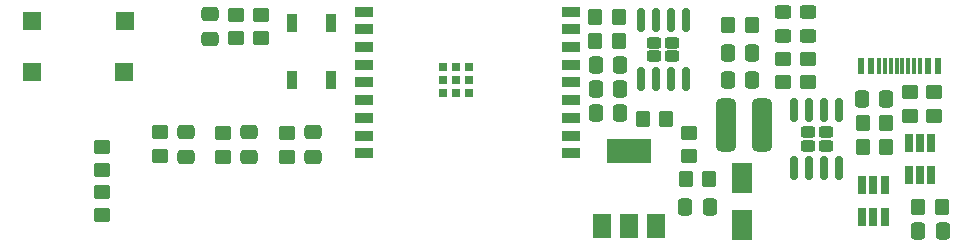
<source format=gbr>
%TF.GenerationSoftware,KiCad,Pcbnew,(6.0.8)*%
%TF.CreationDate,2023-04-29T21:49:54+02:00*%
%TF.ProjectId,Feniks,46656e69-6b73-42e6-9b69-6361645f7063,rev?*%
%TF.SameCoordinates,Original*%
%TF.FileFunction,Paste,Top*%
%TF.FilePolarity,Positive*%
%FSLAX46Y46*%
G04 Gerber Fmt 4.6, Leading zero omitted, Abs format (unit mm)*
G04 Created by KiCad (PCBNEW (6.0.8)) date 2023-04-29 21:49:54*
%MOMM*%
%LPD*%
G01*
G04 APERTURE LIST*
G04 Aperture macros list*
%AMRoundRect*
0 Rectangle with rounded corners*
0 $1 Rounding radius*
0 $2 $3 $4 $5 $6 $7 $8 $9 X,Y pos of 4 corners*
0 Add a 4 corners polygon primitive as box body*
4,1,4,$2,$3,$4,$5,$6,$7,$8,$9,$2,$3,0*
0 Add four circle primitives for the rounded corners*
1,1,$1+$1,$2,$3*
1,1,$1+$1,$4,$5*
1,1,$1+$1,$6,$7*
1,1,$1+$1,$8,$9*
0 Add four rect primitives between the rounded corners*
20,1,$1+$1,$2,$3,$4,$5,0*
20,1,$1+$1,$4,$5,$6,$7,0*
20,1,$1+$1,$6,$7,$8,$9,0*
20,1,$1+$1,$8,$9,$2,$3,0*%
G04 Aperture macros list end*
%ADD10RoundRect,0.250000X0.337500X0.475000X-0.337500X0.475000X-0.337500X-0.475000X0.337500X-0.475000X0*%
%ADD11RoundRect,0.250000X-0.450000X0.350000X-0.450000X-0.350000X0.450000X-0.350000X0.450000X0.350000X0*%
%ADD12RoundRect,0.250000X-0.475000X0.337500X-0.475000X-0.337500X0.475000X-0.337500X0.475000X0.337500X0*%
%ADD13R,1.800000X2.500000*%
%ADD14RoundRect,0.250000X0.450000X-0.350000X0.450000X0.350000X-0.450000X0.350000X-0.450000X-0.350000X0*%
%ADD15R,0.650000X1.560000*%
%ADD16RoundRect,0.240000X-0.385000X0.240000X-0.385000X-0.240000X0.385000X-0.240000X0.385000X0.240000X0*%
%ADD17RoundRect,0.150000X-0.150000X0.825000X-0.150000X-0.825000X0.150000X-0.825000X0.150000X0.825000X0*%
%ADD18RoundRect,0.250000X0.350000X0.450000X-0.350000X0.450000X-0.350000X-0.450000X0.350000X-0.450000X0*%
%ADD19RoundRect,0.250000X0.450000X-0.325000X0.450000X0.325000X-0.450000X0.325000X-0.450000X-0.325000X0*%
%ADD20RoundRect,0.250000X-0.337500X-0.475000X0.337500X-0.475000X0.337500X0.475000X-0.337500X0.475000X0*%
%ADD21R,1.500000X0.900000*%
%ADD22R,0.700000X0.700000*%
%ADD23RoundRect,0.437500X-0.437500X1.812500X-0.437500X-1.812500X0.437500X-1.812500X0.437500X1.812500X0*%
%ADD24RoundRect,0.250000X0.475000X-0.337500X0.475000X0.337500X-0.475000X0.337500X-0.475000X-0.337500X0*%
%ADD25R,1.500000X1.500000*%
%ADD26RoundRect,0.240000X0.385000X-0.240000X0.385000X0.240000X-0.385000X0.240000X-0.385000X-0.240000X0*%
%ADD27RoundRect,0.150000X0.150000X-0.825000X0.150000X0.825000X-0.150000X0.825000X-0.150000X-0.825000X0*%
%ADD28RoundRect,0.250000X-0.350000X-0.450000X0.350000X-0.450000X0.350000X0.450000X-0.350000X0.450000X0*%
%ADD29R,1.500000X2.000000*%
%ADD30R,3.800000X2.000000*%
%ADD31R,0.600000X1.450000*%
%ADD32R,0.300000X1.450000*%
%ADD33R,0.900000X1.500000*%
G04 APERTURE END LIST*
D10*
%TO.C,C3*%
X110420500Y-106375000D03*
X108345500Y-106375000D03*
%TD*%
D11*
%TO.C,R10*%
X113038000Y-104575000D03*
X113038000Y-106575000D03*
%TD*%
D12*
%TO.C,C11*%
X73198000Y-110772500D03*
X73198000Y-112847500D03*
%TD*%
D13*
%TO.C,D3*%
X109583000Y-118675000D03*
X109583000Y-114675000D03*
%TD*%
D10*
%TO.C,C5*%
X110425500Y-104050000D03*
X108350500Y-104050000D03*
%TD*%
D14*
%TO.C,R20*%
X105098000Y-112840000D03*
X105098000Y-110840000D03*
%TD*%
D15*
%TO.C,U2*%
X125563000Y-111680000D03*
X124613000Y-111680000D03*
X123663000Y-111680000D03*
X123663000Y-114380000D03*
X124613000Y-114380000D03*
X125563000Y-114380000D03*
%TD*%
D16*
%TO.C,U5*%
X103633000Y-104345000D03*
X102133000Y-103205000D03*
X102133000Y-104345000D03*
X103633000Y-103205000D03*
D17*
X104788000Y-101300000D03*
X103518000Y-101300000D03*
X102248000Y-101300000D03*
X100978000Y-101300000D03*
X100978000Y-106250000D03*
X102248000Y-106250000D03*
X103518000Y-106250000D03*
X104788000Y-106250000D03*
%TD*%
D18*
%TO.C,R18*%
X121775500Y-112014000D03*
X119775500Y-112014000D03*
%TD*%
D19*
%TO.C,D2*%
X113038000Y-102675000D03*
X113038000Y-100625000D03*
%TD*%
D20*
%TO.C,C7*%
X97170500Y-105100000D03*
X99245500Y-105100000D03*
%TD*%
%TO.C,C12*%
X97170500Y-109190000D03*
X99245500Y-109190000D03*
%TD*%
D14*
%TO.C,R1*%
X70988000Y-112847500D03*
X70988000Y-110847500D03*
%TD*%
%TO.C,R4*%
X55372000Y-114030000D03*
X55372000Y-112030000D03*
%TD*%
D18*
%TO.C,R21*%
X103128000Y-109650000D03*
X101128000Y-109650000D03*
%TD*%
D20*
%TO.C,C4*%
X124456500Y-119126000D03*
X126531500Y-119126000D03*
%TD*%
D21*
%TO.C,U4*%
X95038000Y-112575000D03*
X95038000Y-111075000D03*
X95038000Y-109575000D03*
X95038000Y-108075000D03*
X95038000Y-106575000D03*
X95038000Y-105075000D03*
X95038000Y-103575000D03*
X95038000Y-102075000D03*
X95038000Y-100575000D03*
X77538000Y-100575000D03*
X77538000Y-102075000D03*
X77538000Y-103575000D03*
X77538000Y-105075000D03*
X77538000Y-106575000D03*
X77538000Y-108075000D03*
X77538000Y-109575000D03*
X77538000Y-111075000D03*
X77538000Y-112575000D03*
D22*
X84228000Y-107475000D03*
X85378000Y-107475000D03*
X86428000Y-107475000D03*
X86428000Y-106375000D03*
X85378000Y-106375000D03*
X84228000Y-106375000D03*
X84228000Y-105275000D03*
X86428000Y-105275000D03*
X85378000Y-105275000D03*
%TD*%
D10*
%TO.C,C6*%
X106825500Y-117094000D03*
X104750500Y-117094000D03*
%TD*%
D23*
%TO.C,L1*%
X111238000Y-110200000D03*
X108238000Y-110200000D03*
%TD*%
D11*
%TO.C,R5*%
X125838000Y-107400000D03*
X125838000Y-109400000D03*
%TD*%
%TO.C,R6*%
X123763000Y-107400000D03*
X123763000Y-109400000D03*
%TD*%
D24*
%TO.C,C1*%
X64484000Y-102891500D03*
X64484000Y-100816500D03*
%TD*%
D25*
%TO.C,SW3*%
X49440000Y-105664000D03*
X57240000Y-105664000D03*
%TD*%
D26*
%TO.C,U1*%
X116638000Y-110780000D03*
X115138000Y-110780000D03*
X116638000Y-111920000D03*
X115138000Y-111920000D03*
D27*
X113983000Y-113825000D03*
X115253000Y-113825000D03*
X116523000Y-113825000D03*
X117793000Y-113825000D03*
X117793000Y-108875000D03*
X116523000Y-108875000D03*
X115253000Y-108875000D03*
X113983000Y-108875000D03*
%TD*%
D14*
%TO.C,R15*%
X68834000Y-102854000D03*
X68834000Y-100854000D03*
%TD*%
D15*
%TO.C,U3*%
X119718000Y-118000000D03*
X120668000Y-118000000D03*
X121618000Y-118000000D03*
X121618000Y-115300000D03*
X120668000Y-115300000D03*
X119718000Y-115300000D03*
%TD*%
D28*
%TO.C,R8*%
X97138000Y-101030000D03*
X99138000Y-101030000D03*
%TD*%
D14*
%TO.C,R14*%
X55372000Y-117840000D03*
X55372000Y-115840000D03*
%TD*%
D29*
%TO.C,U6*%
X97688000Y-118700000D03*
X99988000Y-118700000D03*
D30*
X99988000Y-112400000D03*
D29*
X102288000Y-118700000D03*
%TD*%
D20*
%TO.C,C2*%
X119700500Y-107950000D03*
X121775500Y-107950000D03*
%TD*%
D31*
%TO.C,J1*%
X126138000Y-105195000D03*
X125338000Y-105195000D03*
D32*
X124138000Y-105195000D03*
X123138000Y-105195000D03*
X122638000Y-105195000D03*
X121638000Y-105195000D03*
D31*
X120438000Y-105195000D03*
X119638000Y-105195000D03*
X119638000Y-105195000D03*
X120438000Y-105195000D03*
D32*
X121138000Y-105195000D03*
X122138000Y-105195000D03*
X123638000Y-105195000D03*
X124638000Y-105195000D03*
D31*
X125338000Y-105195000D03*
X126138000Y-105195000D03*
%TD*%
D11*
%TO.C,R16*%
X66684000Y-100854000D03*
X66684000Y-102854000D03*
%TD*%
D25*
%TO.C,SW2*%
X49475000Y-101346000D03*
X57275000Y-101346000D03*
%TD*%
D20*
%TO.C,C8*%
X97170500Y-107150000D03*
X99245500Y-107150000D03*
%TD*%
D12*
%TO.C,C10*%
X67828000Y-110772500D03*
X67828000Y-112847500D03*
%TD*%
D11*
%TO.C,R9*%
X115138000Y-104550000D03*
X115138000Y-106550000D03*
%TD*%
D14*
%TO.C,R3*%
X60248000Y-112810000D03*
X60248000Y-110810000D03*
%TD*%
D12*
%TO.C,C9*%
X62458000Y-110772500D03*
X62458000Y-112847500D03*
%TD*%
D33*
%TO.C,D4*%
X71463000Y-106400000D03*
X74763000Y-106400000D03*
X74763000Y-101500000D03*
X71463000Y-101500000D03*
%TD*%
D18*
%TO.C,R17*%
X110388000Y-101750000D03*
X108388000Y-101750000D03*
%TD*%
%TO.C,R7*%
X99138000Y-103050000D03*
X97138000Y-103050000D03*
%TD*%
%TO.C,R12*%
X121775500Y-109982000D03*
X119775500Y-109982000D03*
%TD*%
D14*
%TO.C,R2*%
X65618000Y-112847500D03*
X65618000Y-110847500D03*
%TD*%
D19*
%TO.C,D1*%
X115138000Y-102675000D03*
X115138000Y-100625000D03*
%TD*%
D18*
%TO.C,R19*%
X106783000Y-114775000D03*
X104783000Y-114775000D03*
%TD*%
%TO.C,R13*%
X126494000Y-117094000D03*
X124494000Y-117094000D03*
%TD*%
M02*

</source>
